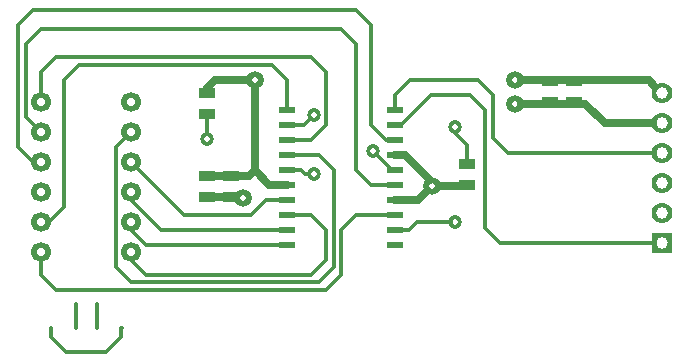
<source format=gbr>
G04 GENERATED BY PULSONIX 8.5 GERBER.DLL 5902*
G04 #@! TF.Part,Single*
%INPLATINE_1_NEW*%
%LNTOP*%
%FSLAX35Y35*%
%LPD*%
%MOIN*%
G04 #@! TF.FileFunction,Copper,L1,Top*
G04 #@! TA.AperFunction,Conductor*
%ADD10C,0.01200*%
%ADD12C,0.02500*%
G04 #@! TA.AperFunction,ViaPad*
%ADD13C,0.04724X0.01969*%
G04 #@! TA.AperFunction,ComponentPad*
%ADD70R,0.07000X0.07000X0.03900*%
%ADD71C,0.07000X0.03900*%
G04 #@! TA.AperFunction,SMDPad*
%ADD20R,0.05508X0.03350*%
G04 #@! TA.AperFunction,ViaPad*
%ADD85C,0.05906X0.01969*%
G04 #@! TA.AperFunction,SMDPad*
%ADD86R,0.05787X0.02402*%
G04 #@! TA.AperFunction,ComponentPad*
%ADD87C,0.06693X0.02756*%
X0Y0D02*
D02*
D10*
X53548Y26497D02*
Y23544D01*
X58469Y18623*
X72052*
X76973Y23544*
Y26497*
X77170*
X61816Y34371D02*
Y26497D01*
X68902Y34371D02*
Y26497D01*
X105713Y97800D02*
Y91073D01*
X132386Y54233D02*
X85359D01*
X80359Y59233*
Y59805*
X132386Y59233D02*
X90359D01*
X80359Y69233*
Y69805*
X132386Y64233D02*
X140359D01*
X145359Y59233*
Y49233*
X140359Y44233*
X85359*
X80359Y49233*
Y49805*
X132386Y69233D02*
X125359D01*
X120359Y64233*
X97859*
X81733Y80359*
X132386Y84233D02*
X142859D01*
X147859Y79233*
Y46733*
X142859Y41733*
X80359*
X75359Y46733*
Y86782*
X78960Y90384*
X132386Y89233D02*
X140359D01*
X145359Y94233*
Y111733*
X140359Y116733*
X55359*
X50359Y111733*
Y103760*
X132386Y94233D02*
X138016D01*
X140026Y96243*
X132386Y99233D02*
Y109233D01*
X127386Y114233*
X62859*
X57859Y109233*
Y66782*
X52859Y61782*
X52337*
X139562Y77678D02*
X138371D01*
X136816Y79233*
X132386*
X168331Y59233D02*
X172859D01*
X175556Y61930*
X186806*
X168331Y64233D02*
X155359D01*
X150359Y59233*
Y44233*
X145359Y39233*
X55359*
X50359Y44233*
Y49805*
X168331Y74233D02*
X160359D01*
X155359Y79233*
Y120985*
X150359Y125985*
X50359*
X45359Y120985*
Y96782*
X48960Y93181*
X168331Y79233D02*
X167150D01*
X161952Y84432*
X168331Y89233D02*
X165359D01*
X160359Y94233*
Y127422*
X155359Y132422*
X47640*
X42640Y127422*
Y86782*
X47640Y81782*
X48381*
X192327Y81178D02*
Y87521D01*
X188390Y91458*
Y91842*
X254738Y54647D02*
X203390D01*
X198390Y59647*
Y99233*
X193390Y104233*
X180359*
X170359Y94233*
X168331*
X254738Y84647D02*
X205890D01*
X200890Y89647*
Y104233*
X195890Y109233*
X173331*
X168331Y104233*
Y99233*
D02*
D12*
X113587Y70241D02*
X105713D01*
X113587D02*
X115333D01*
X113587Y77241D02*
X119548D01*
X121461Y79155*
X113587Y77241D02*
X105713D01*
X119227Y109174D02*
X108379D01*
X105713Y106509*
Y104800*
X121461Y79155D02*
X126382Y74233D01*
X132386*
X121461Y79155D02*
Y106940D01*
X178936Y72161D02*
X176008Y69233D01*
X168331*
X179939Y75899D02*
X171605Y84233D01*
X168331*
X192327Y74178D02*
Y73741D01*
X182751*
X210310Y109174D02*
X252760D01*
X255025Y106909*
X254091Y94787D02*
X238211D01*
X231697Y101300*
X210310*
D02*
D13*
X105713Y89489D03*
X141146Y77678D03*
Y97363D03*
X160831Y85552D03*
X188390Y61930D03*
Y93426D03*
D02*
D70*
X257288Y54647D03*
D02*
D71*
Y64647D03*
Y74647D03*
Y84647D03*
Y94647D03*
Y104647D03*
D02*
D20*
X105713Y70241D03*
Y77241D03*
Y97800D03*
Y104800D03*
X113587Y70241D03*
Y77241D03*
X192327Y74178D03*
Y81178D03*
X219886Y101737D03*
Y108737D03*
X227760Y101737D03*
Y108737D03*
D02*
D85*
X117524Y69804D03*
X121461Y109174D03*
X180516Y73741D03*
X208075Y101300D03*
Y109174D03*
D02*
D86*
X132386Y54233D03*
Y59233D03*
Y64233D03*
Y69233D03*
Y74233D03*
Y79233D03*
Y84233D03*
Y89233D03*
Y94233D03*
Y99233D03*
X168331Y54233D03*
Y59233D03*
Y64233D03*
Y69233D03*
Y74233D03*
Y79233D03*
Y84233D03*
Y89233D03*
Y94233D03*
Y99233D03*
D02*
D87*
X50359Y51782D03*
Y61782D03*
Y71782D03*
Y81782D03*
Y91782D03*
Y101782D03*
X80359Y51782D03*
Y61782D03*
Y71782D03*
Y81782D03*
Y91782D03*
Y101782D03*
X0Y0D02*
M02*

</source>
